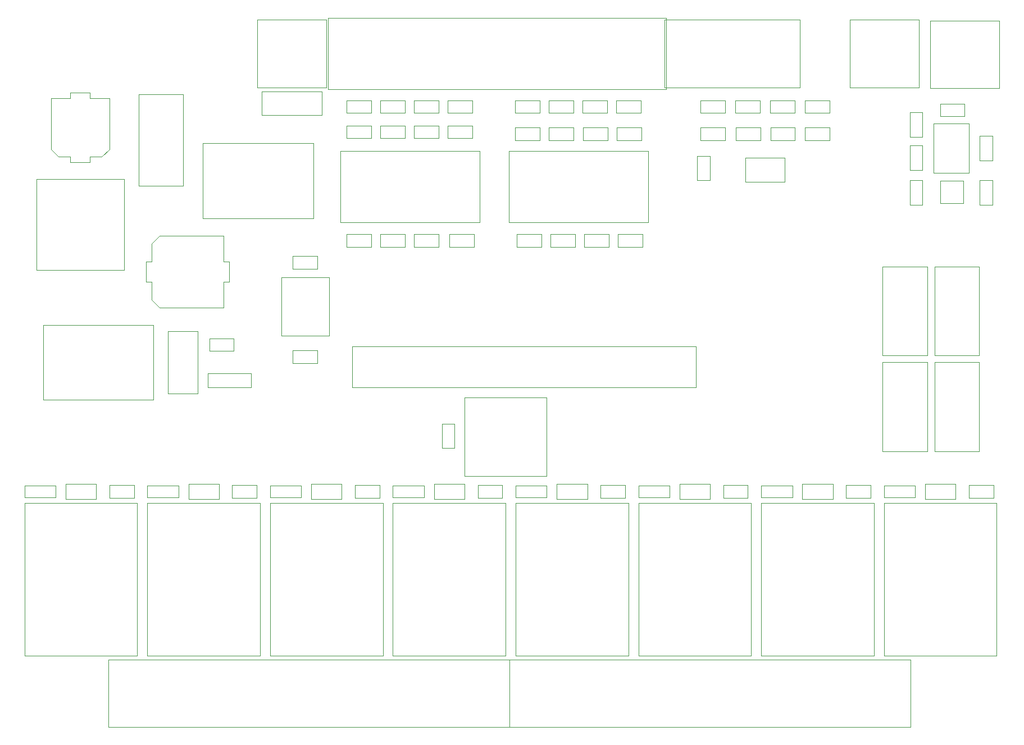
<source format=gbr>
G04 #@! TF.GenerationSoftware,KiCad,Pcbnew,5.1.2*
G04 #@! TF.CreationDate,2019-06-10T17:55:51+05:30*
G04 #@! TF.ProjectId,openPlc_Rpi,6f70656e-506c-4635-9f52-70692e6b6963,rev?*
G04 #@! TF.SameCoordinates,Original*
G04 #@! TF.FileFunction,Other,User*
%FSLAX46Y46*%
G04 Gerber Fmt 4.6, Leading zero omitted, Abs format (unit mm)*
G04 Created by KiCad (PCBNEW 5.1.2) date 2019-06-10 17:55:51*
%MOMM*%
%LPD*%
G04 APERTURE LIST*
%ADD10C,0.050000*%
G04 APERTURE END LIST*
D10*
X83180000Y-58760556D02*
X134180000Y-58760556D01*
X83180000Y-47950556D02*
X83180000Y-58760556D01*
X134180000Y-47950556D02*
X83180000Y-47950556D01*
X134180000Y-58760556D02*
X134180000Y-47950556D01*
X170900000Y-70925000D02*
X170900000Y-67225000D01*
X172800000Y-70925000D02*
X170900000Y-70925000D01*
X172800000Y-67225000D02*
X172800000Y-70925000D01*
X170900000Y-67225000D02*
X172800000Y-67225000D01*
X69025000Y-98176000D02*
X65325000Y-98176000D01*
X69025000Y-96276000D02*
X69025000Y-98176000D01*
X65325000Y-96276000D02*
X69025000Y-96276000D01*
X65325000Y-98176000D02*
X65325000Y-96276000D01*
X77906000Y-83886000D02*
X81606000Y-83886000D01*
X77906000Y-85786000D02*
X77906000Y-83886000D01*
X81606000Y-85786000D02*
X77906000Y-85786000D01*
X81606000Y-83886000D02*
X81606000Y-85786000D01*
X77906000Y-98110000D02*
X81606000Y-98110000D01*
X77906000Y-100010000D02*
X77906000Y-98110000D01*
X81606000Y-100010000D02*
X77906000Y-100010000D01*
X81606000Y-98110000D02*
X81606000Y-100010000D01*
X138877000Y-72462000D02*
X138877000Y-68762000D01*
X140777000Y-72462000D02*
X138877000Y-72462000D01*
X140777000Y-68762000D02*
X140777000Y-72462000D01*
X138877000Y-68762000D02*
X140777000Y-68762000D01*
X55789000Y-87733000D02*
X56639000Y-87733000D01*
X55789000Y-84733000D02*
X55789000Y-87733000D01*
X56639000Y-84733000D02*
X55789000Y-84733000D01*
X56639000Y-87733000D02*
X56639000Y-90483000D01*
X56639000Y-81983000D02*
X56639000Y-84733000D01*
X56639000Y-81983000D02*
X57789000Y-80833000D01*
X56639000Y-90483000D02*
X57789000Y-91633000D01*
X57789000Y-80833000D02*
X67439000Y-80833000D01*
X57789000Y-91633000D02*
X67439000Y-91633000D01*
X67439000Y-87733000D02*
X67439000Y-91633000D01*
X68289000Y-87733000D02*
X67439000Y-87733000D01*
X68289000Y-84733000D02*
X68289000Y-87733000D01*
X67439000Y-84733000D02*
X68289000Y-84733000D01*
X67439000Y-80833000D02*
X67439000Y-84733000D01*
X47347000Y-69766000D02*
X47347000Y-68916000D01*
X44347000Y-69766000D02*
X47347000Y-69766000D01*
X44347000Y-68916000D02*
X44347000Y-69766000D01*
X47347000Y-68916000D02*
X49097000Y-68916000D01*
X42597000Y-68916000D02*
X44347000Y-68916000D01*
X42597000Y-68916000D02*
X41447000Y-67766000D01*
X49097000Y-68916000D02*
X50247000Y-67766000D01*
X41447000Y-67766000D02*
X41447000Y-60116000D01*
X50247000Y-67766000D02*
X50247000Y-60116000D01*
X47347000Y-60116000D02*
X50247000Y-60116000D01*
X47347000Y-59266000D02*
X47347000Y-60116000D01*
X44347000Y-59266000D02*
X47347000Y-59266000D01*
X44347000Y-60116000D02*
X44347000Y-59266000D01*
X41447000Y-60116000D02*
X44347000Y-60116000D01*
X102296000Y-109148000D02*
X102296000Y-112848000D01*
X100396000Y-109148000D02*
X102296000Y-109148000D01*
X100396000Y-112848000D02*
X100396000Y-109148000D01*
X102296000Y-112848000D02*
X100396000Y-112848000D01*
X183350000Y-65775000D02*
X183350000Y-69475000D01*
X181450000Y-65775000D02*
X183350000Y-65775000D01*
X181450000Y-69475000D02*
X181450000Y-65775000D01*
X183350000Y-69475000D02*
X181450000Y-69475000D01*
X175475000Y-60925000D02*
X179175000Y-60925000D01*
X175475000Y-62825000D02*
X175475000Y-60925000D01*
X179175000Y-62825000D02*
X175475000Y-62825000D01*
X179175000Y-60925000D02*
X179175000Y-62825000D01*
X170900000Y-65900000D02*
X170900000Y-62200000D01*
X172800000Y-65900000D02*
X170900000Y-65900000D01*
X172800000Y-62200000D02*
X172800000Y-65900000D01*
X170900000Y-62200000D02*
X172800000Y-62200000D01*
X172800000Y-72450000D02*
X172800000Y-76150000D01*
X170900000Y-72450000D02*
X172800000Y-72450000D01*
X170900000Y-76150000D02*
X170900000Y-72450000D01*
X172800000Y-76150000D02*
X170900000Y-76150000D01*
X183350000Y-72450000D02*
X183350000Y-76150000D01*
X181450000Y-72450000D02*
X183350000Y-72450000D01*
X181450000Y-76150000D02*
X181450000Y-72450000D01*
X183350000Y-76150000D02*
X181450000Y-76150000D01*
X53974000Y-120330000D02*
X50274000Y-120330000D01*
X53974000Y-118430000D02*
X53974000Y-120330000D01*
X50274000Y-118430000D02*
X53974000Y-118430000D01*
X50274000Y-120330000D02*
X50274000Y-118430000D01*
X72479714Y-120330000D02*
X68779714Y-120330000D01*
X72479714Y-118430000D02*
X72479714Y-120330000D01*
X68779714Y-118430000D02*
X72479714Y-118430000D01*
X68779714Y-120330000D02*
X68779714Y-118430000D01*
X90985428Y-120330000D02*
X87285428Y-120330000D01*
X90985428Y-118430000D02*
X90985428Y-120330000D01*
X87285428Y-118430000D02*
X90985428Y-118430000D01*
X87285428Y-120330000D02*
X87285428Y-118430000D01*
X109491142Y-120330000D02*
X105791142Y-120330000D01*
X109491142Y-118430000D02*
X109491142Y-120330000D01*
X105791142Y-118430000D02*
X109491142Y-118430000D01*
X105791142Y-120330000D02*
X105791142Y-118430000D01*
X127996856Y-120330000D02*
X124296856Y-120330000D01*
X127996856Y-118430000D02*
X127996856Y-120330000D01*
X124296856Y-118430000D02*
X127996856Y-118430000D01*
X124296856Y-120330000D02*
X124296856Y-118430000D01*
X146502570Y-120330000D02*
X142802570Y-120330000D01*
X146502570Y-118430000D02*
X146502570Y-120330000D01*
X142802570Y-118430000D02*
X146502570Y-118430000D01*
X142802570Y-120330000D02*
X142802570Y-118430000D01*
X165008284Y-120330000D02*
X161308284Y-120330000D01*
X165008284Y-118430000D02*
X165008284Y-120330000D01*
X161308284Y-118430000D02*
X165008284Y-118430000D01*
X161308284Y-120330000D02*
X161308284Y-118430000D01*
X183514000Y-120330000D02*
X179814000Y-120330000D01*
X183514000Y-118430000D02*
X183514000Y-120330000D01*
X179814000Y-118430000D02*
X183514000Y-118430000D01*
X179814000Y-120330000D02*
X179814000Y-118430000D01*
X115388000Y-82484000D02*
X111688000Y-82484000D01*
X115388000Y-80584000D02*
X115388000Y-82484000D01*
X111688000Y-80584000D02*
X115388000Y-80584000D01*
X111688000Y-82484000D02*
X111688000Y-80584000D01*
X120468000Y-82484000D02*
X116768000Y-82484000D01*
X120468000Y-80584000D02*
X120468000Y-82484000D01*
X116768000Y-80584000D02*
X120468000Y-80584000D01*
X116768000Y-82484000D02*
X116768000Y-80584000D01*
X125548000Y-82484000D02*
X121848000Y-82484000D01*
X125548000Y-80584000D02*
X125548000Y-82484000D01*
X121848000Y-80584000D02*
X125548000Y-80584000D01*
X121848000Y-82484000D02*
X121848000Y-80584000D01*
X130628000Y-82484000D02*
X126928000Y-82484000D01*
X130628000Y-80584000D02*
X130628000Y-82484000D01*
X126928000Y-80584000D02*
X130628000Y-80584000D01*
X126928000Y-82484000D02*
X126928000Y-80584000D01*
X115134000Y-66399185D02*
X111434000Y-66399185D01*
X115134000Y-64499185D02*
X115134000Y-66399185D01*
X111434000Y-64499185D02*
X115134000Y-64499185D01*
X111434000Y-66399185D02*
X111434000Y-64499185D01*
X120214000Y-66399185D02*
X116514000Y-66399185D01*
X120214000Y-64499185D02*
X120214000Y-66399185D01*
X116514000Y-64499185D02*
X120214000Y-64499185D01*
X116514000Y-66399185D02*
X116514000Y-64499185D01*
X125374000Y-66399185D02*
X121674000Y-66399185D01*
X125374000Y-64499185D02*
X125374000Y-66399185D01*
X121674000Y-64499185D02*
X125374000Y-64499185D01*
X121674000Y-66399185D02*
X121674000Y-64499185D01*
X130454000Y-66399185D02*
X126754000Y-66399185D01*
X130454000Y-64499185D02*
X130454000Y-66399185D01*
X126754000Y-64499185D02*
X130454000Y-64499185D01*
X126754000Y-66399185D02*
X126754000Y-64499185D01*
X115134000Y-62297370D02*
X111434000Y-62297370D01*
X115134000Y-60397370D02*
X115134000Y-62297370D01*
X111434000Y-60397370D02*
X115134000Y-60397370D01*
X111434000Y-62297370D02*
X111434000Y-60397370D01*
X120214000Y-62297370D02*
X116514000Y-62297370D01*
X120214000Y-60397370D02*
X120214000Y-62297370D01*
X116514000Y-60397370D02*
X120214000Y-60397370D01*
X116514000Y-62297370D02*
X116514000Y-60397370D01*
X125294000Y-62297370D02*
X121594000Y-62297370D01*
X125294000Y-60397370D02*
X125294000Y-62297370D01*
X121594000Y-60397370D02*
X125294000Y-60397370D01*
X121594000Y-62297370D02*
X121594000Y-60397370D01*
X130374000Y-62297370D02*
X126674000Y-62297370D01*
X130374000Y-60397370D02*
X130374000Y-62297370D01*
X126674000Y-60397370D02*
X130374000Y-60397370D01*
X126674000Y-62297370D02*
X126674000Y-60397370D01*
X89734000Y-82484000D02*
X86034000Y-82484000D01*
X89734000Y-80584000D02*
X89734000Y-82484000D01*
X86034000Y-80584000D02*
X89734000Y-80584000D01*
X86034000Y-82484000D02*
X86034000Y-80584000D01*
X94814000Y-82484000D02*
X91114000Y-82484000D01*
X94814000Y-80584000D02*
X94814000Y-82484000D01*
X91114000Y-80584000D02*
X94814000Y-80584000D01*
X91114000Y-82484000D02*
X91114000Y-80584000D01*
X99894000Y-82484000D02*
X96194000Y-82484000D01*
X99894000Y-80584000D02*
X99894000Y-82484000D01*
X96194000Y-80584000D02*
X99894000Y-80584000D01*
X96194000Y-82484000D02*
X96194000Y-80584000D01*
X105228000Y-82484000D02*
X101528000Y-82484000D01*
X105228000Y-80584000D02*
X105228000Y-82484000D01*
X101528000Y-80584000D02*
X105228000Y-80584000D01*
X101528000Y-82484000D02*
X101528000Y-80584000D01*
X139374000Y-64499185D02*
X143074000Y-64499185D01*
X139374000Y-66399185D02*
X139374000Y-64499185D01*
X143074000Y-66399185D02*
X139374000Y-66399185D01*
X143074000Y-64499185D02*
X143074000Y-66399185D01*
X144708000Y-64499185D02*
X148408000Y-64499185D01*
X144708000Y-66399185D02*
X144708000Y-64499185D01*
X148408000Y-66399185D02*
X144708000Y-66399185D01*
X148408000Y-64499185D02*
X148408000Y-66399185D01*
X149915000Y-64499185D02*
X153615000Y-64499185D01*
X149915000Y-66399185D02*
X149915000Y-64499185D01*
X153615000Y-66399185D02*
X149915000Y-66399185D01*
X153615000Y-64499185D02*
X153615000Y-66399185D01*
X155122000Y-64499185D02*
X158822000Y-64499185D01*
X155122000Y-66399185D02*
X155122000Y-64499185D01*
X158822000Y-66399185D02*
X155122000Y-66399185D01*
X158822000Y-64499185D02*
X158822000Y-66399185D01*
X139374000Y-60397370D02*
X143074000Y-60397370D01*
X139374000Y-62297370D02*
X139374000Y-60397370D01*
X143074000Y-62297370D02*
X139374000Y-62297370D01*
X143074000Y-60397370D02*
X143074000Y-62297370D01*
X144623333Y-60397370D02*
X148323333Y-60397370D01*
X144623333Y-62297370D02*
X144623333Y-60397370D01*
X148323333Y-62297370D02*
X144623333Y-62297370D01*
X148323333Y-60397370D02*
X148323333Y-62297370D01*
X149872666Y-60397370D02*
X153572666Y-60397370D01*
X149872666Y-62297370D02*
X149872666Y-60397370D01*
X153572666Y-62297370D02*
X149872666Y-62297370D01*
X153572666Y-60397370D02*
X153572666Y-62297370D01*
X155122000Y-60397370D02*
X158822000Y-60397370D01*
X155122000Y-62297370D02*
X155122000Y-60397370D01*
X158822000Y-62297370D02*
X155122000Y-62297370D01*
X158822000Y-60397370D02*
X158822000Y-62297370D01*
X89734000Y-66109184D02*
X86034000Y-66109184D01*
X89734000Y-64209184D02*
X89734000Y-66109184D01*
X86034000Y-64209184D02*
X89734000Y-64209184D01*
X86034000Y-66109184D02*
X86034000Y-64209184D01*
X94814000Y-66109184D02*
X91114000Y-66109184D01*
X94814000Y-64209184D02*
X94814000Y-66109184D01*
X91114000Y-64209184D02*
X94814000Y-64209184D01*
X91114000Y-66109184D02*
X91114000Y-64209184D01*
X99894000Y-66109184D02*
X96194000Y-66109184D01*
X99894000Y-64209184D02*
X99894000Y-66109184D01*
X96194000Y-64209184D02*
X99894000Y-64209184D01*
X96194000Y-66109184D02*
X96194000Y-64209184D01*
X104974000Y-66109184D02*
X101274000Y-66109184D01*
X104974000Y-64209184D02*
X104974000Y-66109184D01*
X101274000Y-64209184D02*
X104974000Y-64209184D01*
X101274000Y-66109184D02*
X101274000Y-64209184D01*
X89734000Y-62297370D02*
X86034000Y-62297370D01*
X89734000Y-60397370D02*
X89734000Y-62297370D01*
X86034000Y-60397370D02*
X89734000Y-60397370D01*
X86034000Y-62297370D02*
X86034000Y-60397370D01*
X94814000Y-62297370D02*
X91114000Y-62297370D01*
X94814000Y-60397370D02*
X94814000Y-62297370D01*
X91114000Y-60397370D02*
X94814000Y-60397370D01*
X91114000Y-62297370D02*
X91114000Y-60397370D01*
X99894000Y-62297370D02*
X96194000Y-62297370D01*
X99894000Y-60397370D02*
X99894000Y-62297370D01*
X96194000Y-60397370D02*
X99894000Y-60397370D01*
X96194000Y-62297370D02*
X96194000Y-60397370D01*
X104974000Y-62297370D02*
X101274000Y-62297370D01*
X104974000Y-60397370D02*
X104974000Y-62297370D01*
X101274000Y-60397370D02*
X104974000Y-60397370D01*
X101274000Y-62297370D02*
X101274000Y-60397370D01*
X59100000Y-95226000D02*
X63600000Y-95226000D01*
X59100000Y-104626000D02*
X59100000Y-95226000D01*
X63600000Y-104626000D02*
X59100000Y-104626000D01*
X63600000Y-95226000D02*
X63600000Y-104626000D01*
X184400000Y-58575000D02*
X174000000Y-58575000D01*
X184400000Y-48375000D02*
X184400000Y-58575000D01*
X174000000Y-48375000D02*
X184400000Y-48375000D01*
X174000000Y-58575000D02*
X174000000Y-48375000D01*
X179850000Y-71355000D02*
X179850000Y-63895000D01*
X174450000Y-71355000D02*
X174450000Y-63895000D01*
X174450000Y-63895000D02*
X179850000Y-63895000D01*
X174450000Y-71355000D02*
X179850000Y-71355000D01*
X179000000Y-75900000D02*
X175500000Y-75900000D01*
X179000000Y-72500000D02*
X179000000Y-75900000D01*
X175500000Y-72500000D02*
X179000000Y-72500000D01*
X175500000Y-75900000D02*
X175500000Y-72500000D01*
X172250000Y-58450000D02*
X161850000Y-58450000D01*
X172250000Y-48250000D02*
X172250000Y-58450000D01*
X161850000Y-48250000D02*
X172250000Y-48250000D01*
X161850000Y-58450000D02*
X161850000Y-48250000D01*
X116132000Y-105175000D02*
X103832000Y-105175000D01*
X116132000Y-117075000D02*
X103832000Y-117075000D01*
X116132000Y-105175000D02*
X116132000Y-117075000D01*
X103832000Y-105175000D02*
X103832000Y-117075000D01*
X165508284Y-144152000D02*
X165508284Y-121152000D01*
X165508284Y-121152000D02*
X148508284Y-121152000D01*
X148508284Y-121152000D02*
X148508284Y-144152000D01*
X148508284Y-144152000D02*
X165508284Y-144152000D01*
X103791142Y-120540000D02*
X99191142Y-120540000D01*
X103791142Y-118220000D02*
X99191142Y-118220000D01*
X103791142Y-120540000D02*
X103791142Y-118220000D01*
X99191142Y-120540000D02*
X99191142Y-118220000D01*
X97691142Y-120280000D02*
X92991142Y-120280000D01*
X97691142Y-120280000D02*
X97691142Y-118480000D01*
X92991142Y-118480000D02*
X92991142Y-120280000D01*
X92991142Y-118480000D02*
X97691142Y-118480000D01*
X109991142Y-144152000D02*
X109991142Y-121152000D01*
X109991142Y-121152000D02*
X92991142Y-121152000D01*
X92991142Y-121152000D02*
X92991142Y-144152000D01*
X92991142Y-144152000D02*
X109991142Y-144152000D01*
X91485428Y-144152000D02*
X91485428Y-121152000D01*
X91485428Y-121152000D02*
X74485428Y-121152000D01*
X74485428Y-121152000D02*
X74485428Y-144152000D01*
X74485428Y-144152000D02*
X91485428Y-144152000D01*
X110532000Y-144714000D02*
X110532000Y-154914000D01*
X110532000Y-154914000D02*
X50132000Y-154914000D01*
X50132000Y-154914000D02*
X50132000Y-144714000D01*
X50132000Y-144714000D02*
X110532000Y-144714000D01*
X54474000Y-144152000D02*
X54474000Y-121152000D01*
X54474000Y-121152000D02*
X37474000Y-121152000D01*
X37474000Y-121152000D02*
X37474000Y-144152000D01*
X37474000Y-144152000D02*
X54474000Y-144152000D01*
X128496856Y-144152000D02*
X128496856Y-121152000D01*
X128496856Y-121152000D02*
X111496856Y-121152000D01*
X111496856Y-121152000D02*
X111496856Y-144152000D01*
X111496856Y-144152000D02*
X128496856Y-144152000D01*
X147002570Y-144152000D02*
X147002570Y-121152000D01*
X147002570Y-121152000D02*
X130002570Y-121152000D01*
X130002570Y-121152000D02*
X130002570Y-144152000D01*
X130002570Y-144152000D02*
X147002570Y-144152000D01*
X184014000Y-144152000D02*
X184014000Y-121152000D01*
X184014000Y-121152000D02*
X167014000Y-121152000D01*
X167014000Y-121152000D02*
X167014000Y-144152000D01*
X167014000Y-144152000D02*
X184014000Y-144152000D01*
X72979714Y-144152000D02*
X72979714Y-121152000D01*
X72979714Y-121152000D02*
X55979714Y-121152000D01*
X55979714Y-121152000D02*
X55979714Y-144152000D01*
X55979714Y-144152000D02*
X72979714Y-144152000D01*
X138706000Y-103654000D02*
X138706000Y-97504000D01*
X86856000Y-103654000D02*
X138706000Y-103654000D01*
X86856000Y-97504000D02*
X86856000Y-103654000D01*
X138706000Y-97504000D02*
X86856000Y-97504000D01*
X40266999Y-105576000D02*
X56906999Y-105576000D01*
X40266999Y-94276000D02*
X40266999Y-105576000D01*
X56906999Y-94276000D02*
X40266999Y-94276000D01*
X56906999Y-105576000D02*
X56906999Y-94276000D01*
X64378001Y-66867000D02*
X64378001Y-78167000D01*
X64378001Y-78167000D02*
X81018001Y-78167000D01*
X81018001Y-78167000D02*
X81018001Y-66867000D01*
X81018001Y-66867000D02*
X64378001Y-66867000D01*
X52447000Y-72261000D02*
X52447000Y-85981000D01*
X52447000Y-85981000D02*
X39247000Y-85981000D01*
X39247000Y-85981000D02*
X39247000Y-72261000D01*
X39247000Y-72261000D02*
X52447000Y-72261000D01*
X73264000Y-59083000D02*
X82264000Y-59083000D01*
X82264000Y-59083000D02*
X82264000Y-62583000D01*
X82264000Y-62583000D02*
X73264000Y-62583000D01*
X73264000Y-62583000D02*
X73264000Y-59083000D01*
X65100000Y-101576000D02*
X71600000Y-101576000D01*
X65100000Y-101576000D02*
X65100000Y-103676000D01*
X71600000Y-103676000D02*
X71600000Y-101576000D01*
X71600000Y-103676000D02*
X65100000Y-103676000D01*
X54689000Y-73321000D02*
X54689000Y-59521000D01*
X54689000Y-59521000D02*
X61389000Y-59521000D01*
X61389000Y-59521000D02*
X61389000Y-73321000D01*
X61389000Y-73321000D02*
X54689000Y-73321000D01*
X167014000Y-118480000D02*
X171714000Y-118480000D01*
X167014000Y-118480000D02*
X167014000Y-120280000D01*
X171714000Y-120280000D02*
X171714000Y-118480000D01*
X171714000Y-120280000D02*
X167014000Y-120280000D01*
X134702570Y-120280000D02*
X130002570Y-120280000D01*
X134702570Y-120280000D02*
X134702570Y-118480000D01*
X130002570Y-118480000D02*
X130002570Y-120280000D01*
X130002570Y-118480000D02*
X134702570Y-118480000D01*
X111496856Y-118480000D02*
X116196856Y-118480000D01*
X111496856Y-118480000D02*
X111496856Y-120280000D01*
X116196856Y-120280000D02*
X116196856Y-118480000D01*
X116196856Y-120280000D02*
X111496856Y-120280000D01*
X79185428Y-120280000D02*
X74485428Y-120280000D01*
X79185428Y-120280000D02*
X79185428Y-118480000D01*
X74485428Y-118480000D02*
X74485428Y-120280000D01*
X74485428Y-118480000D02*
X79185428Y-118480000D01*
X55979714Y-118480000D02*
X60679714Y-118480000D01*
X55979714Y-118480000D02*
X55979714Y-120280000D01*
X60679714Y-120280000D02*
X60679714Y-118480000D01*
X60679714Y-120280000D02*
X55979714Y-120280000D01*
X153208284Y-120280000D02*
X148508284Y-120280000D01*
X153208284Y-120280000D02*
X153208284Y-118480000D01*
X148508284Y-118480000D02*
X148508284Y-120280000D01*
X148508284Y-118480000D02*
X153208284Y-118480000D01*
X37474000Y-118480000D02*
X42174000Y-118480000D01*
X37474000Y-118480000D02*
X37474000Y-120280000D01*
X42174000Y-120280000D02*
X42174000Y-118480000D01*
X42174000Y-120280000D02*
X37474000Y-120280000D01*
X140802570Y-120540000D02*
X136202570Y-120540000D01*
X140802570Y-118220000D02*
X136202570Y-118220000D01*
X140802570Y-120540000D02*
X140802570Y-118220000D01*
X136202570Y-120540000D02*
X136202570Y-118220000D01*
X173214000Y-120540000D02*
X173214000Y-118220000D01*
X177814000Y-120540000D02*
X177814000Y-118220000D01*
X177814000Y-118220000D02*
X173214000Y-118220000D01*
X177814000Y-120540000D02*
X173214000Y-120540000D01*
X159308284Y-120540000D02*
X154708284Y-120540000D01*
X159308284Y-118220000D02*
X154708284Y-118220000D01*
X159308284Y-120540000D02*
X159308284Y-118220000D01*
X154708284Y-120540000D02*
X154708284Y-118220000D01*
X117696856Y-120540000D02*
X117696856Y-118220000D01*
X122296856Y-120540000D02*
X122296856Y-118220000D01*
X122296856Y-118220000D02*
X117696856Y-118220000D01*
X122296856Y-120540000D02*
X117696856Y-120540000D01*
X106094262Y-78756000D02*
X106094262Y-68056000D01*
X85094262Y-78756000D02*
X106094262Y-78756000D01*
X85094262Y-68056000D02*
X85094262Y-78756000D01*
X106094262Y-68056000D02*
X85094262Y-68056000D01*
X131498000Y-68056000D02*
X110498000Y-68056000D01*
X110498000Y-68056000D02*
X110498000Y-78756000D01*
X110498000Y-78756000D02*
X131498000Y-78756000D01*
X131498000Y-78756000D02*
X131498000Y-68056000D01*
X170984000Y-144714000D02*
X170984000Y-154914000D01*
X170984000Y-154914000D02*
X110584000Y-154914000D01*
X110584000Y-154914000D02*
X110584000Y-144714000D01*
X110584000Y-144714000D02*
X170984000Y-144714000D01*
X82964000Y-58450556D02*
X72564000Y-58450556D01*
X82964000Y-48250556D02*
X82964000Y-58450556D01*
X72564000Y-48250556D02*
X82964000Y-48250556D01*
X72564000Y-58450556D02*
X72564000Y-48250556D01*
X154338000Y-58450556D02*
X133938000Y-58450556D01*
X154338000Y-48250556D02*
X154338000Y-58450556D01*
X133938000Y-48250556D02*
X154338000Y-48250556D01*
X133938000Y-58450556D02*
X133938000Y-48250556D01*
X80685428Y-120540000D02*
X80685428Y-118220000D01*
X85285428Y-120540000D02*
X85285428Y-118220000D01*
X85285428Y-118220000D02*
X80685428Y-118220000D01*
X85285428Y-120540000D02*
X80685428Y-120540000D01*
X66779714Y-120540000D02*
X62179714Y-120540000D01*
X66779714Y-118220000D02*
X62179714Y-118220000D01*
X66779714Y-120540000D02*
X66779714Y-118220000D01*
X62179714Y-120540000D02*
X62179714Y-118220000D01*
X43674000Y-120540000D02*
X43674000Y-118220000D01*
X48274000Y-120540000D02*
X48274000Y-118220000D01*
X48274000Y-118220000D02*
X43674000Y-118220000D01*
X48274000Y-120540000D02*
X43674000Y-120540000D01*
X152048000Y-72666000D02*
X152048000Y-69066000D01*
X146148000Y-72666000D02*
X146148000Y-69066000D01*
X152048000Y-72666000D02*
X146148000Y-72666000D01*
X152048000Y-69066000D02*
X146148000Y-69066000D01*
X76152262Y-87111556D02*
X76152262Y-95911556D01*
X83352262Y-87111556D02*
X76152262Y-87111556D01*
X83352262Y-95911556D02*
X83352262Y-87111556D01*
X76152262Y-95911556D02*
X83352262Y-95911556D01*
X166825001Y-113299999D02*
X173575001Y-113299999D01*
X173575001Y-113299999D02*
X173575001Y-99899999D01*
X173575001Y-99899999D02*
X166825001Y-99899999D01*
X166825001Y-99899999D02*
X166825001Y-113299999D01*
X174625001Y-99899999D02*
X174625001Y-113299999D01*
X181375001Y-99899999D02*
X174625001Y-99899999D01*
X181375001Y-113299999D02*
X181375001Y-99899999D01*
X174625001Y-113299999D02*
X181375001Y-113299999D01*
X166825001Y-98849999D02*
X173575001Y-98849999D01*
X173575001Y-98849999D02*
X173575001Y-85449999D01*
X173575001Y-85449999D02*
X166825001Y-85449999D01*
X166825001Y-85449999D02*
X166825001Y-98849999D01*
X174625001Y-85449999D02*
X174625001Y-98849999D01*
X181375001Y-85449999D02*
X174625001Y-85449999D01*
X181375001Y-98849999D02*
X181375001Y-85449999D01*
X174625001Y-98849999D02*
X181375001Y-98849999D01*
M02*

</source>
